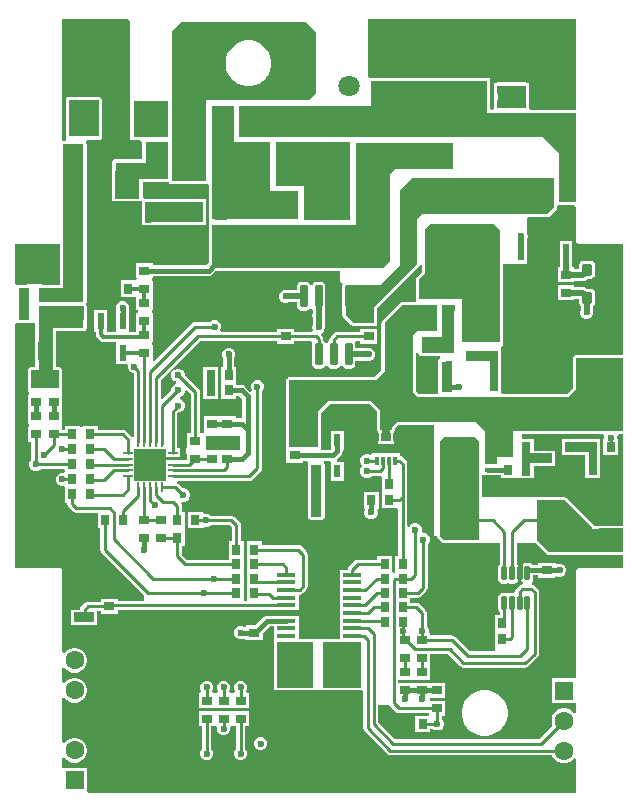
<source format=gbl>
G04*
G04 #@! TF.GenerationSoftware,Altium Limited,Altium Designer,25.4.2 (15)*
G04*
G04 Layer_Physical_Order=4*
G04 Layer_Color=16711680*
%FSLAX25Y25*%
%MOIN*%
G70*
G04*
G04 #@! TF.SameCoordinates,B977156D-3F5D-4D44-89CA-F2FD908ED1DE*
G04*
G04*
G04 #@! TF.FilePolarity,Positive*
G04*
G01*
G75*
%ADD20C,0.02000*%
%ADD21C,0.01500*%
%ADD22C,0.01000*%
%ADD23C,0.06299*%
%ADD24R,0.06299X0.06299*%
%ADD25C,0.07087*%
%ADD26C,0.02362*%
%ADD27R,0.07874X0.07874*%
%ADD28R,0.01181X0.02756*%
%ADD29R,0.05433X0.03150*%
%ADD30R,0.03500X0.03000*%
%ADD31R,0.03000X0.03500*%
%ADD32R,0.02200X0.05200*%
G04:AMPARAMS|DCode=33|XSize=74.8mil|YSize=23.62mil|CornerRadius=2.95mil|HoleSize=0mil|Usage=FLASHONLY|Rotation=90.000|XOffset=0mil|YOffset=0mil|HoleType=Round|Shape=RoundedRectangle|*
%AMROUNDEDRECTD33*
21,1,0.07480,0.01772,0,0,90.0*
21,1,0.06890,0.02362,0,0,90.0*
1,1,0.00591,0.00886,0.03445*
1,1,0.00591,0.00886,-0.03445*
1,1,0.00591,-0.00886,-0.03445*
1,1,0.00591,-0.00886,0.03445*
%
%ADD33ROUNDEDRECTD33*%
%ADD34R,0.10900X0.10900*%
%ADD35R,0.03200X0.01000*%
%ADD36R,0.01000X0.03200*%
%ADD37R,0.03937X0.03937*%
%ADD38R,0.01968X0.01378*%
%ADD39R,0.03622X0.03228*%
%ADD40R,0.06299X0.13386*%
G04:AMPARAMS|DCode=41|XSize=47.64mil|YSize=18.9mil|CornerRadius=2.36mil|HoleSize=0mil|Usage=FLASHONLY|Rotation=270.000|XOffset=0mil|YOffset=0mil|HoleType=Round|Shape=RoundedRectangle|*
%AMROUNDEDRECTD41*
21,1,0.04764,0.01417,0,0,270.0*
21,1,0.04291,0.01890,0,0,270.0*
1,1,0.00472,-0.00709,-0.02146*
1,1,0.00472,-0.00709,0.02146*
1,1,0.00472,0.00709,0.02146*
1,1,0.00472,0.00709,-0.02146*
%
%ADD41ROUNDEDRECTD41*%
%ADD42R,0.06772X0.03228*%
G04:AMPARAMS|DCode=43|XSize=45mil|YSize=60mil|CornerRadius=0mil|HoleSize=0mil|Usage=FLASHONLY|Rotation=180.000|XOffset=0mil|YOffset=0mil|HoleType=Round|Shape=Octagon|*
%AMOCTAGOND43*
4,1,8,0.01125,-0.03000,-0.01125,-0.03000,-0.02250,-0.01875,-0.02250,0.01875,-0.01125,0.03000,0.01125,0.03000,0.02250,0.01875,0.02250,-0.01875,0.01125,-0.03000,0.0*
%
%ADD43OCTAGOND43*%

%ADD44R,0.06299X0.01260*%
%ADD45R,0.04000X0.06000*%
%ADD46R,0.03543X0.03740*%
%ADD47R,0.02559X0.04921*%
%ADD48R,0.02362X0.04331*%
%ADD49R,0.02752X0.02000*%
G04:AMPARAMS|DCode=50|XSize=39.37mil|YSize=31.5mil|CornerRadius=3.94mil|HoleSize=0mil|Usage=FLASHONLY|Rotation=270.000|XOffset=0mil|YOffset=0mil|HoleType=Round|Shape=RoundedRectangle|*
%AMROUNDEDRECTD50*
21,1,0.03937,0.02362,0,0,270.0*
21,1,0.03150,0.03150,0,0,270.0*
1,1,0.00787,-0.01181,-0.01575*
1,1,0.00787,-0.01181,0.01575*
1,1,0.00787,0.01181,0.01575*
1,1,0.00787,0.01181,-0.01575*
%
%ADD50ROUNDEDRECTD50*%
%ADD51R,0.02200X0.05750*%
%ADD52R,0.21654X0.05630*%
%ADD53R,0.06000X0.11000*%
%ADD54R,0.07000X0.06000*%
%ADD55R,0.11000X0.06000*%
%ADD56R,0.06000X0.07000*%
%ADD57R,0.08268X0.05512*%
%ADD58R,0.06000X0.04000*%
%ADD59C,0.01200*%
%ADD60R,0.03622X0.10709*%
%ADD61R,0.03421X0.17337*%
%ADD62R,0.11404X0.04775*%
%ADD63R,0.04453X0.15918*%
%ADD64R,0.11053X0.05200*%
%ADD65R,0.03600X0.10150*%
%ADD66R,0.10950X0.03250*%
%ADD67R,0.03000X0.13650*%
%ADD68R,0.10837X0.03364*%
%ADD69R,0.03000X0.10980*%
%ADD70R,0.10106X0.03228*%
%ADD71R,0.03000X0.11177*%
%ADD72R,0.12020X0.15214*%
%ADD73R,0.12973X0.15214*%
%ADD74R,0.03000X0.08700*%
%ADD75R,0.09500X0.06254*%
%ADD76R,0.04931X0.27619*%
%ADD77R,0.15100X0.07436*%
%ADD78R,0.13874X0.04719*%
%ADD79R,0.15100X0.04825*%
%ADD80R,0.06872X0.52763*%
%ADD81R,0.09758X0.07577*%
%ADD82R,0.10039X0.12352*%
%ADD83R,0.11786X0.12352*%
%ADD84R,0.17650X0.05773*%
%ADD85R,0.08064X0.09261*%
%ADD86R,0.07786X0.10100*%
%ADD87R,0.19295X0.06906*%
%ADD88R,0.15392X0.24852*%
%ADD89R,0.24597X0.14561*%
%ADD90R,0.19324X0.24656*%
%ADD91R,0.28890X0.09679*%
%ADD92R,0.07191X0.36817*%
G36*
X481233Y478057D02*
X481121Y477965D01*
X466303D01*
X465684Y478446D01*
Y486023D01*
X465664Y486121D01*
Y487023D01*
X464763D01*
X464664Y487042D01*
X454906D01*
X454808Y487023D01*
X453906D01*
Y486121D01*
X453887Y486023D01*
Y478487D01*
X453368Y478006D01*
X452720Y478066D01*
Y487523D01*
X452700Y487621D01*
Y488523D01*
X451798D01*
X451700Y488542D01*
X412800D01*
X412702Y488523D01*
X412605D01*
X412019Y488801D01*
X411858Y488939D01*
Y508163D01*
X481233Y508163D01*
X481233Y478057D01*
D02*
G37*
G36*
X394600Y504000D02*
Y483394D01*
X392305Y481100D01*
X357809D01*
Y454223D01*
X346400D01*
Y504000D01*
X349700Y507300D01*
X391300D01*
X394600Y504000D01*
D02*
G37*
G36*
X451700Y487422D02*
Y478066D01*
Y476946D01*
X481121D01*
Y447200D01*
X475400D01*
Y463546D01*
X470000Y468946D01*
X369000D01*
Y479223D01*
X412800D01*
Y487523D01*
X451700D01*
Y487422D01*
D02*
G37*
G36*
X332494Y507462D02*
Y481100D01*
Y468748D01*
X332572Y468358D01*
X332793Y468027D01*
X333124Y467806D01*
X333514Y467729D01*
X335886D01*
X336494Y467200D01*
Y461530D01*
X327650D01*
X327260Y461452D01*
X326929Y461231D01*
X326708Y460900D01*
X326660Y460661D01*
X326650D01*
Y460609D01*
X326630Y460510D01*
Y457661D01*
Y454737D01*
Y448400D01*
X326708Y448010D01*
X326929Y447679D01*
X327260Y447458D01*
X327650Y447380D01*
X335714D01*
X335813Y447400D01*
X336417Y447400D01*
X336494Y447305D01*
X336494Y447298D01*
Y440400D01*
X336514Y440302D01*
Y439400D01*
X337416D01*
X337514Y439380D01*
X356809D01*
X357200Y439458D01*
X357530Y439679D01*
X357751Y440010D01*
X357829Y440400D01*
Y447305D01*
X357809Y447404D01*
Y448306D01*
X356908D01*
X356809Y448325D01*
X337514D01*
X337414Y448305D01*
X337412D01*
X337382Y448309D01*
X336815Y448708D01*
X336734Y448830D01*
Y453717D01*
X345300D01*
X345508Y453758D01*
X345679Y453502D01*
X346010Y453281D01*
X346400Y453203D01*
X357809D01*
X358089Y453259D01*
X358455Y453087D01*
X358790Y452832D01*
Y442406D01*
Y441221D01*
X358868Y440831D01*
X359038Y440360D01*
X358868Y439890D01*
X358790Y439500D01*
Y426937D01*
X357987Y426134D01*
X340082D01*
Y426850D01*
X334581D01*
Y421850D01*
X334738D01*
X334751Y421710D01*
X334102Y421100D01*
X329532D01*
Y415600D01*
X334531D01*
X334581Y414920D01*
Y411100D01*
X335183D01*
Y410100D01*
X334581D01*
Y405100D01*
Y403831D01*
X332862D01*
X332231Y404000D01*
X332231Y404532D01*
Y411200D01*
X332231D01*
X332180Y411277D01*
X332313Y411598D01*
Y412465D01*
X331980Y413267D01*
X331367Y413881D01*
X330565Y414213D01*
X329698D01*
X328896Y413881D01*
X328282Y413267D01*
X327950Y412465D01*
Y411598D01*
X328083Y411277D01*
X328031Y411200D01*
X328031D01*
Y404532D01*
X328031Y404000D01*
X327401Y403831D01*
X325462D01*
X324832Y404000D01*
Y411200D01*
X320632D01*
Y404000D01*
X321100D01*
Y403180D01*
X321224Y402556D01*
X321578Y402026D01*
X322558Y401047D01*
X323087Y400693D01*
X323711Y400569D01*
X327401D01*
X328031Y400400D01*
Y393200D01*
X331471D01*
X331782Y392735D01*
Y391867D01*
X332114Y391066D01*
X332728Y390452D01*
X333529Y390120D01*
X333834D01*
Y369012D01*
X333133Y368799D01*
X332931Y369101D01*
X331205Y370827D01*
X330709Y371159D01*
X330124Y371275D01*
X321750D01*
Y372496D01*
X316750D01*
Y372255D01*
X315750D01*
Y372496D01*
X310750D01*
Y371275D01*
X309950D01*
Y372246D01*
X309904D01*
Y373246D01*
X309950D01*
Y377946D01*
Y382946D01*
X309904D01*
Y383946D01*
X309950D01*
Y384847D01*
X309970Y384946D01*
Y391200D01*
X309892Y391590D01*
X309671Y391921D01*
X309340Y392142D01*
X308950Y392220D01*
X307950D01*
Y404109D01*
X317100D01*
X317490Y404187D01*
X317821Y404408D01*
X318042Y404739D01*
X318120Y405129D01*
Y412565D01*
X318042Y412955D01*
X317914Y413147D01*
X318042Y413340D01*
X318120Y413730D01*
Y418554D01*
Y466493D01*
X318042Y466883D01*
X317852Y467167D01*
X317906Y467411D01*
X318103Y467868D01*
X322120D01*
X322510Y467946D01*
X322841Y468167D01*
X323062Y468497D01*
X323139Y468888D01*
Y481239D01*
X323062Y481630D01*
X322841Y481960D01*
X322510Y482181D01*
X322120Y482259D01*
X312080D01*
X311690Y482181D01*
X311359Y481960D01*
X311138Y481630D01*
X311061Y481239D01*
Y468888D01*
X311138Y468497D01*
X311328Y468213D01*
X311274Y467969D01*
X311077Y467513D01*
X310228D01*
X310043Y467664D01*
Y508163D01*
X331891Y508163D01*
X332494Y507462D01*
D02*
G37*
G36*
X440105Y458300D02*
X421000D01*
X419105Y456405D01*
X419105Y427634D01*
X416770Y425300D01*
X359809Y425300D01*
Y439500D01*
X408000D01*
Y466946D01*
X440105D01*
Y458300D01*
D02*
G37*
G36*
X309209Y433168D02*
Y419574D01*
X303129D01*
Y419982D01*
X298334D01*
X298276Y420040D01*
Y419574D01*
X295352D01*
X294996Y419503D01*
X294954Y419501D01*
X294295Y419894D01*
Y433320D01*
X309024D01*
X309209Y433168D01*
D02*
G37*
G36*
X474000Y445400D02*
X471700Y443100D01*
X429966D01*
X428246Y441381D01*
Y426583D01*
X413850Y412186D01*
X413850Y407000D01*
X407000D01*
X404405Y409595D01*
Y419297D01*
X404528Y419419D01*
X415819D01*
X422700Y426300D01*
Y451318D01*
X426755Y455373D01*
X474000D01*
Y445400D01*
D02*
G37*
G36*
X429880Y426079D02*
Y423935D01*
X428150Y422204D01*
X427928Y421874D01*
X427894Y421700D01*
X427871D01*
Y421582D01*
X427851Y421484D01*
Y414759D01*
X427871Y414661D01*
Y413838D01*
X423419D01*
X423320Y413818D01*
X423220Y413818D01*
X423127Y413800D01*
X423034Y413761D01*
X423028Y413760D01*
X423024Y413757D01*
X422863Y413690D01*
X422857Y413689D01*
X422852Y413686D01*
X422759Y413647D01*
X422681Y413595D01*
X422610Y413524D01*
X422526Y413468D01*
X416750Y407692D01*
X416694Y407609D01*
X416623Y407538D01*
X416571Y407459D01*
X416571Y407459D01*
X416532Y407366D01*
X416529Y407361D01*
X416528Y407355D01*
X416461Y407195D01*
X416458Y407190D01*
X416457Y407184D01*
X416419Y407091D01*
X416400Y406998D01*
Y406898D01*
X416380Y406800D01*
Y391222D01*
X413978Y388820D01*
X385750D01*
X385652Y388800D01*
X385552D01*
X385468Y388783D01*
X385375Y388745D01*
X385360Y388742D01*
X385348Y388734D01*
X385100Y388631D01*
X384819Y388350D01*
X384716Y388102D01*
X384708Y388090D01*
X384705Y388075D01*
X384667Y387982D01*
X384650Y387898D01*
Y387798D01*
X384630Y387700D01*
Y365936D01*
X384630Y365678D01*
X384650Y365243D01*
X384650Y365243D01*
Y360243D01*
X390150D01*
Y360959D01*
X391397D01*
X391979Y360672D01*
X391979Y359771D01*
X391959Y359672D01*
Y342335D01*
X392037Y341945D01*
X392258Y341614D01*
X392589Y341393D01*
X392979Y341316D01*
X396400D01*
X396790Y341393D01*
X397121Y341614D01*
X397342Y341945D01*
X397420Y342335D01*
Y359672D01*
X397342Y360063D01*
X397211Y360258D01*
X397370Y360745D01*
X397522Y360959D01*
X398877D01*
X399459Y360672D01*
X399459Y360258D01*
Y354342D01*
X403821D01*
Y360672D01*
X401640D01*
X401427Y361373D01*
X401589Y361482D01*
X402902Y362794D01*
X402902Y362794D01*
X403289Y363373D01*
X403424Y364056D01*
Y364578D01*
X403821D01*
Y370909D01*
X399459D01*
Y364578D01*
X398779Y364528D01*
X397021D01*
X396341Y364578D01*
Y365479D01*
X396360Y365578D01*
Y377019D01*
X399222Y379880D01*
X412515D01*
X414987Y377409D01*
Y371301D01*
X415006Y371203D01*
X415006Y371102D01*
X415025Y371009D01*
X415063Y370917D01*
X415064Y370911D01*
X415068Y370906D01*
X415070Y370900D01*
X415088Y370811D01*
X415138Y370735D01*
X415177Y370642D01*
X415182Y370635D01*
X415253Y370564D01*
X415309Y370480D01*
X415325Y370469D01*
Y366445D01*
X420475D01*
Y370465D01*
X420497Y370480D01*
X420553Y370563D01*
X420624Y370635D01*
X420629Y370642D01*
X420629Y370642D01*
X420629Y370642D01*
X420629Y370642D01*
X420668Y370735D01*
X420718Y370811D01*
X420736Y370900D01*
X420739Y370906D01*
X420742Y370911D01*
X420743Y370917D01*
X420782Y371009D01*
X420800Y371102D01*
Y371203D01*
X420820Y371301D01*
Y371869D01*
X421931Y372980D01*
X433843D01*
Y335800D01*
X434880D01*
X434958Y335410D01*
X435179Y335079D01*
X436572Y333686D01*
X436903Y333465D01*
X437293Y333387D01*
X448959D01*
X449058Y333407D01*
X455806D01*
Y326525D01*
X455736Y326478D01*
X455462Y326069D01*
X455366Y325587D01*
Y321295D01*
X455462Y320813D01*
X455736Y320404D01*
X456145Y320131D01*
X456627Y320035D01*
X458044D01*
X458527Y320131D01*
X458615Y320190D01*
X458704Y320131D01*
X459186Y320035D01*
X460603D01*
X461086Y320131D01*
X461494Y320404D01*
X461768Y320813D01*
X461864Y321295D01*
Y325587D01*
X461768Y326069D01*
X461494Y326478D01*
X461424Y326525D01*
Y333407D01*
X467808D01*
X471395Y329820D01*
X471479Y329764D01*
X471550Y329693D01*
X471629Y329641D01*
X471629Y329641D01*
X471721Y329602D01*
X471726Y329599D01*
X471732Y329598D01*
X471893Y329531D01*
X471898Y329528D01*
X471903Y329527D01*
X471996Y329488D01*
X472089Y329470D01*
X472189D01*
X472288Y329450D01*
X496737D01*
X496980Y328788D01*
Y325163D01*
X482252D01*
X481862Y325085D01*
X481531Y324864D01*
X481310Y324533D01*
X481232Y324143D01*
Y288434D01*
X473073D01*
Y280135D01*
X481232D01*
Y277039D01*
X480584Y276845D01*
X480532Y276843D01*
X479770Y277605D01*
X478824Y278151D01*
X477769Y278434D01*
X476676D01*
X475621Y278151D01*
X474674Y277605D01*
X473902Y276832D01*
X473355Y275886D01*
X473073Y274831D01*
Y273738D01*
X473355Y272683D01*
X473393Y272618D01*
X468913Y268137D01*
X420985D01*
X415299Y273823D01*
Y279593D01*
X418696D01*
X419312Y279218D01*
X419319Y279208D01*
X421213Y277313D01*
X421709Y276982D01*
X422294Y276866D01*
X432150D01*
Y275972D01*
X427700D01*
Y270472D01*
X432700D01*
Y271558D01*
X433401Y271637D01*
X433665Y271373D01*
X434466Y271041D01*
X435334D01*
X436135Y271373D01*
X436749Y271987D01*
X437081Y272788D01*
Y273656D01*
X436749Y274458D01*
X436429Y274777D01*
Y275895D01*
X437650D01*
Y280895D01*
X432768D01*
X432701Y280965D01*
X432441Y281629D01*
X432640Y281895D01*
X437650D01*
Y286895D01*
X427150D01*
Y286895D01*
X427050D01*
Y286895D01*
X421929D01*
Y287895D01*
X427050D01*
Y287895D01*
X427150D01*
Y287895D01*
X432650D01*
Y292695D01*
Y296568D01*
X438507D01*
X442624Y292451D01*
X443120Y292119D01*
X443705Y292003D01*
X464254D01*
X464839Y292119D01*
X465335Y292451D01*
X468481Y295597D01*
X468813Y296093D01*
X468929Y296679D01*
Y317058D01*
X468813Y317643D01*
X468481Y318139D01*
X467453Y319167D01*
X466957Y319499D01*
X466620Y319566D01*
X466440Y320289D01*
X466613Y320404D01*
X466886Y320813D01*
X466982Y321295D01*
Y322716D01*
X468650D01*
Y322000D01*
X474150D01*
Y322122D01*
X474188Y322171D01*
X474851Y322532D01*
X475366Y322319D01*
X476234D01*
X477036Y322651D01*
X477649Y323265D01*
X477981Y324066D01*
Y324934D01*
X477649Y325735D01*
X477036Y326349D01*
X476234Y326681D01*
X475366D01*
X474851Y326468D01*
X474188Y326829D01*
X474150Y326878D01*
Y327000D01*
X468650D01*
Y326284D01*
X466742D01*
X466613Y326478D01*
X466204Y326751D01*
X465721Y326847D01*
X464304D01*
X463822Y326751D01*
X463413Y326478D01*
X463139Y326069D01*
X463044Y325587D01*
Y321295D01*
X463139Y320813D01*
X463413Y320404D01*
X463545Y320316D01*
X463332Y319615D01*
X463323D01*
X462737Y319499D01*
X462241Y319167D01*
X461372Y318298D01*
X461041Y317802D01*
X461001Y317601D01*
X460603Y316965D01*
X459186D01*
X458704Y316869D01*
X458615Y316810D01*
X458527Y316869D01*
X458044Y316965D01*
X456627D01*
X456145Y316869D01*
X455736Y316596D01*
X455462Y316187D01*
X455366Y315705D01*
Y311413D01*
X455462Y310931D01*
X455736Y310522D01*
X455806Y310475D01*
Y309550D01*
X454127D01*
Y304050D01*
Y298650D01*
X454190D01*
Y297429D01*
X445733D01*
X440886Y302276D01*
X440390Y302608D01*
X439805Y302724D01*
X432650D01*
Y303695D01*
X432129D01*
X432081Y303766D01*
Y304634D01*
X431749Y305435D01*
X431429Y305755D01*
Y310221D01*
X431313Y310806D01*
X430981Y311302D01*
X429089Y313194D01*
X428593Y313526D01*
X428008Y313642D01*
X425900D01*
Y315364D01*
X428518D01*
X429104Y315481D01*
X429600Y315812D01*
X431381Y317594D01*
X431713Y318090D01*
X431829Y318675D01*
Y333145D01*
X432149Y333465D01*
X432481Y334266D01*
Y335134D01*
X432149Y335935D01*
X431535Y336549D01*
X430734Y336881D01*
X430256D01*
X429771Y337543D01*
X429781Y337566D01*
Y338434D01*
X429449Y339235D01*
X428835Y339849D01*
X428034Y340181D01*
X427166D01*
X426365Y339849D01*
X425751Y339235D01*
X425626Y338934D01*
X424926Y339074D01*
Y360016D01*
X424809Y360601D01*
X424477Y361097D01*
X423465Y362109D01*
X422969Y362440D01*
X422443Y362545D01*
Y363405D01*
X413357D01*
Y363253D01*
X413033Y363055D01*
X412656Y362912D01*
X411940Y363209D01*
X411072D01*
X410271Y362877D01*
X409657Y362263D01*
X409325Y361461D01*
Y360594D01*
X409657Y359792D01*
X410182Y359267D01*
X409657Y358743D01*
X409325Y357941D01*
Y357073D01*
X409657Y356272D01*
X410271Y355658D01*
X411072Y355326D01*
X411940D01*
X412742Y355658D01*
X413061Y355978D01*
X415711D01*
X415771Y355975D01*
X416400Y355389D01*
Y350450D01*
Y345150D01*
X421400D01*
X421867Y344642D01*
Y329205D01*
X420900D01*
Y323763D01*
X420598Y323589D01*
X419900Y323995D01*
Y329205D01*
X414900D01*
Y327984D01*
X408474D01*
X407888Y327868D01*
X407392Y327536D01*
X405642Y325786D01*
X405311Y325290D01*
X405194Y324705D01*
Y324646D01*
X402574D01*
Y321386D01*
Y318827D01*
Y316268D01*
Y313709D01*
Y311150D01*
Y308591D01*
Y306031D01*
Y301634D01*
X396900D01*
X396510Y301556D01*
X396450Y301516D01*
X393997D01*
X393937Y301556D01*
X393547Y301634D01*
X388826D01*
Y306031D01*
Y309291D01*
X385387D01*
X385359Y309310D01*
X384676Y309446D01*
X378321D01*
X378321Y309446D01*
X377638Y309310D01*
X377059Y308923D01*
X374227Y306090D01*
X371250D01*
Y305833D01*
X371054Y305699D01*
X370549Y305491D01*
X369872Y305772D01*
X369005D01*
X368203Y305440D01*
X367590Y304826D01*
X367257Y304024D01*
Y303157D01*
X367590Y302355D01*
X368203Y301742D01*
X369005Y301410D01*
X369872D01*
X370549Y301690D01*
X371054Y301483D01*
X371250Y301348D01*
Y301091D01*
X376750D01*
Y303567D01*
X379060Y305877D01*
X380527D01*
Y303472D01*
Y300713D01*
X380507Y300614D01*
Y285400D01*
X380585Y285010D01*
X380806Y284679D01*
X381137Y284458D01*
X381527Y284380D01*
X393547D01*
X393780Y284427D01*
X396667D01*
X396900Y284380D01*
X397719D01*
X397730Y284369D01*
Y284380D01*
X409873D01*
X410311Y283753D01*
Y271819D01*
X410428Y271233D01*
X410759Y270737D01*
X418294Y263203D01*
X418790Y262871D01*
X419375Y262755D01*
X473336D01*
X473355Y262683D01*
X473902Y261736D01*
X474674Y260964D01*
X475621Y260418D01*
X476676Y260135D01*
X477769D01*
X478824Y260418D01*
X479770Y260964D01*
X480532Y261725D01*
X480584Y261724D01*
X481232Y261529D01*
Y250359D01*
X318745Y250322D01*
X318250Y250818D01*
Y258550D01*
X310043D01*
Y261726D01*
X310744Y261914D01*
X310780Y261852D01*
X311552Y261080D01*
X312498Y260533D01*
X313554Y260250D01*
X314646D01*
X315702Y260533D01*
X316648Y261080D01*
X317421Y261852D01*
X317967Y262798D01*
X318250Y263854D01*
Y264946D01*
X317967Y266002D01*
X317421Y266948D01*
X316648Y267721D01*
X315702Y268267D01*
X314646Y268550D01*
X313554D01*
X312498Y268267D01*
X311552Y267721D01*
X310780Y266948D01*
X310744Y266886D01*
X310043Y267074D01*
Y281726D01*
X310744Y281914D01*
X310780Y281852D01*
X311552Y281080D01*
X312498Y280533D01*
X313554Y280250D01*
X314646D01*
X315702Y280533D01*
X316648Y281080D01*
X317421Y281852D01*
X317967Y282798D01*
X318250Y283854D01*
Y284946D01*
X317967Y286002D01*
X317421Y286948D01*
X316648Y287720D01*
X315702Y288267D01*
X314646Y288550D01*
X313554D01*
X312498Y288267D01*
X311552Y287720D01*
X310780Y286948D01*
X310744Y286886D01*
X310043Y287074D01*
Y291726D01*
X310744Y291914D01*
X310780Y291852D01*
X311552Y291079D01*
X312498Y290533D01*
X313554Y290250D01*
X314646D01*
X315702Y290533D01*
X316648Y291079D01*
X317421Y291852D01*
X317967Y292798D01*
X318250Y293854D01*
Y294946D01*
X317967Y296002D01*
X317421Y296948D01*
X316648Y297721D01*
X315702Y298267D01*
X314646Y298550D01*
X313554D01*
X312498Y298267D01*
X311552Y297721D01*
X310780Y296948D01*
X310744Y296886D01*
X310043Y297074D01*
Y324104D01*
X309965Y324494D01*
X309745Y324825D01*
X309414Y325046D01*
X309024Y325123D01*
X294295D01*
Y406506D01*
X294954Y406899D01*
X294996Y406897D01*
X295352Y406826D01*
X298484D01*
Y406786D01*
X300980D01*
Y405129D01*
Y392220D01*
X299450D01*
X299060Y392142D01*
X298729Y391921D01*
X298508Y391590D01*
X298430Y391200D01*
Y384946D01*
X298450Y384847D01*
Y383946D01*
X299052D01*
Y382946D01*
X298450D01*
Y377946D01*
Y373246D01*
X299052D01*
Y372246D01*
X298450D01*
Y367246D01*
X299671D01*
Y361301D01*
X299351Y360981D01*
X299019Y360179D01*
Y359312D01*
X299351Y358510D01*
X299964Y357897D01*
X300766Y357565D01*
X301634D01*
X302435Y357897D01*
X302755Y358216D01*
X310526D01*
X310730Y357516D01*
X310434Y356927D01*
X309566D01*
X308765Y356595D01*
X308151Y355981D01*
X307819Y355180D01*
Y354312D01*
X308151Y353510D01*
X308765Y352897D01*
X309566Y352565D01*
X310434D01*
X310750Y351937D01*
Y346996D01*
X311721D01*
Y346606D01*
X311837Y346021D01*
X312169Y345525D01*
X313561Y344133D01*
X314057Y343801D01*
X314642Y343685D01*
X321750D01*
Y338419D01*
X322721D01*
Y331132D01*
X322837Y330547D01*
X323169Y330051D01*
X337086Y316133D01*
Y314309D01*
X328450D01*
Y314900D01*
X322950D01*
Y313929D01*
X318500D01*
X317915Y313813D01*
X317419Y313481D01*
X316319Y312381D01*
X315987Y311885D01*
X315875Y311321D01*
X312814D01*
Y306093D01*
X321586D01*
Y310871D01*
X322950D01*
Y309900D01*
X328450D01*
Y311250D01*
X380527D01*
Y311150D01*
X388826D01*
Y313709D01*
Y316368D01*
X389074D01*
X389660Y316485D01*
X390156Y316816D01*
X391377Y318038D01*
X391709Y318534D01*
X391825Y319119D01*
Y329648D01*
X391709Y330234D01*
X391377Y330730D01*
X389726Y332381D01*
X389229Y332713D01*
X388644Y332829D01*
X376500D01*
Y334050D01*
X371500D01*
Y328550D01*
Y323698D01*
Y318905D01*
Y314309D01*
X370500D01*
Y318905D01*
Y323698D01*
Y328550D01*
Y334050D01*
X369529D01*
Y339421D01*
X369413Y340006D01*
X369081Y340503D01*
X367334Y342250D01*
X366838Y342582D01*
X366253Y342698D01*
X359561D01*
X359241Y343018D01*
X358439Y343350D01*
X357572D01*
X357433Y343292D01*
X356850Y343681D01*
Y343918D01*
X351850D01*
Y338419D01*
X356850D01*
Y338656D01*
X357433Y339045D01*
X357572Y338987D01*
X358439D01*
X359241Y339319D01*
X359561Y339639D01*
X365619D01*
X366471Y338788D01*
Y334050D01*
X365500D01*
Y327977D01*
X351590D01*
X349879Y329688D01*
Y332418D01*
X350850D01*
Y337918D01*
X350850D01*
Y338419D01*
X350850D01*
Y343918D01*
X349879D01*
Y345910D01*
X349763Y346495D01*
X349624Y346703D01*
X349693Y346901D01*
X350034Y347350D01*
X350719D01*
X351521Y347682D01*
X352134Y348296D01*
X352466Y349098D01*
Y349965D01*
X352134Y350767D01*
X351521Y351380D01*
X350719Y351713D01*
X350267D01*
X348648Y353331D01*
X348347Y353533D01*
X348559Y354234D01*
X372256D01*
X372841Y354350D01*
X373337Y354682D01*
X376081Y357426D01*
X376413Y357922D01*
X376529Y358507D01*
Y384145D01*
X376849Y384465D01*
X377181Y385266D01*
Y386134D01*
X376849Y386935D01*
X376236Y387549D01*
X375434Y387881D01*
X374566D01*
X373764Y387549D01*
X373151Y386935D01*
X372819Y386134D01*
Y385266D01*
X373151Y384465D01*
X372626Y384040D01*
X371009Y385657D01*
X370430Y386044D01*
X369748Y386179D01*
X367999D01*
Y392345D01*
X367283D01*
Y395134D01*
X367348Y395199D01*
X367680Y396001D01*
Y396868D01*
X367348Y397670D01*
X366735Y398284D01*
X365933Y398616D01*
X365065D01*
X364264Y398284D01*
X363650Y397670D01*
X363318Y396868D01*
Y396001D01*
X363650Y395199D01*
X363715Y395134D01*
Y392345D01*
X362999D01*
Y386845D01*
Y381645D01*
X367999D01*
Y382611D01*
X369009D01*
X369944Y381676D01*
Y375255D01*
X369748Y375094D01*
X367750D01*
Y375809D01*
X357250D01*
Y370810D01*
X357250D01*
X357105Y370168D01*
X355879D01*
Y383721D01*
X355763Y384307D01*
X355431Y384803D01*
X350753Y389482D01*
Y389934D01*
X350421Y390736D01*
X349807Y391349D01*
X349005Y391681D01*
X348138D01*
X347336Y391349D01*
X346723Y390736D01*
X346390Y389934D01*
Y389066D01*
X346723Y388264D01*
X347336Y387651D01*
X347926Y387406D01*
X348033Y387234D01*
X348036Y387215D01*
X347735Y386410D01*
X347336Y386244D01*
X346723Y385631D01*
X346390Y384829D01*
Y384377D01*
X343445Y381432D01*
X342798Y381700D01*
Y387886D01*
X355817Y400905D01*
X381650D01*
Y399935D01*
X387150D01*
Y400905D01*
X392899D01*
X393056Y400740D01*
X393358Y400205D01*
X393293Y399880D01*
Y392990D01*
X393394Y392484D01*
X393680Y392056D01*
X394109Y391770D01*
X394614Y391669D01*
X396386D01*
X396891Y391770D01*
X397320Y392056D01*
X397606Y392484D01*
X397643Y392669D01*
X398357D01*
X398394Y392484D01*
X398680Y392056D01*
X399109Y391770D01*
X399614Y391669D01*
X401386D01*
X401891Y391770D01*
X402320Y392056D01*
X402606Y392484D01*
X402643Y392669D01*
X403357D01*
X403394Y392484D01*
X403680Y392056D01*
X404109Y391770D01*
X404614Y391669D01*
X406386D01*
X406891Y391770D01*
X407320Y392056D01*
X407606Y392484D01*
X407706Y392990D01*
Y394361D01*
X411323D01*
X411666Y394219D01*
X412534D01*
X413336Y394551D01*
X413949Y395164D01*
X414281Y395966D01*
Y396834D01*
X413949Y397636D01*
X413336Y398249D01*
X412534Y398581D01*
X411666D01*
X411323Y398439D01*
X407706D01*
Y399880D01*
X407642Y400205D01*
X407944Y400740D01*
X408101Y400905D01*
X409350D01*
Y400000D01*
X414850D01*
Y405000D01*
X409350D01*
Y403964D01*
X401681D01*
X401096Y403848D01*
X400600Y403516D01*
X399419Y402335D01*
X399087Y401839D01*
X398971Y401254D01*
Y401007D01*
X398680Y400813D01*
X398394Y400385D01*
X398357Y400200D01*
X397643D01*
X397606Y400385D01*
X397320Y400813D01*
X397029Y401007D01*
Y401453D01*
X396913Y402038D01*
X396581Y402535D01*
X396374Y402742D01*
X396538Y403569D01*
X396736Y403651D01*
X397349Y404264D01*
X397681Y405066D01*
Y405934D01*
X397539Y406277D01*
Y408817D01*
X397681Y409159D01*
Y410027D01*
X397539Y410370D01*
Y411715D01*
X397606Y411815D01*
X397707Y412321D01*
Y419210D01*
X397606Y419716D01*
X397320Y420144D01*
X396891Y420430D01*
X396386Y420531D01*
X394614D01*
X394109Y420430D01*
X393680Y420144D01*
X393394Y419716D01*
X393357Y419531D01*
X392643D01*
X392606Y419716D01*
X392320Y420144D01*
X391891Y420430D01*
X391386Y420531D01*
X389614D01*
X389109Y420430D01*
X388680Y420144D01*
X388394Y419716D01*
X388294Y419210D01*
Y417804D01*
X385176D01*
X384834Y417946D01*
X383966D01*
X383165Y417614D01*
X382551Y417001D01*
X382219Y416199D01*
Y415332D01*
X382551Y414530D01*
X383165Y413916D01*
X383966Y413584D01*
X384834D01*
X385176Y413726D01*
X388294D01*
Y412321D01*
X388394Y411815D01*
X388680Y411387D01*
X389109Y411100D01*
X389614Y411000D01*
X391386D01*
X391891Y411100D01*
X392320Y411387D01*
X392391Y411493D01*
X393205Y411606D01*
X393237Y411594D01*
X393461Y411342D01*
Y410370D01*
X393319Y410027D01*
Y409159D01*
X393461Y408817D01*
Y406277D01*
X393319Y405934D01*
Y405066D01*
X393485Y404665D01*
X393036Y403964D01*
X387150D01*
Y404935D01*
X381650D01*
Y403964D01*
X363072D01*
X362700Y404665D01*
X362920Y405197D01*
Y406065D01*
X362588Y406867D01*
X361974Y407480D01*
X361173Y407812D01*
X360305D01*
X359503Y407480D01*
X359184Y407161D01*
X354278D01*
X353693Y407044D01*
X353196Y406712D01*
X340710Y394227D01*
X340082Y394589D01*
Y399400D01*
X340036D01*
Y400400D01*
X340082D01*
Y405100D01*
Y410100D01*
X340036D01*
Y411100D01*
X340082D01*
Y415850D01*
Y420850D01*
X340036D01*
Y421850D01*
X340082D01*
Y422566D01*
X358726D01*
X359409Y422702D01*
X359988Y423088D01*
X361180Y424280D01*
X402500Y424280D01*
Y421029D01*
X403562Y419967D01*
X403394Y419716D01*
X403294Y419210D01*
Y412321D01*
X403386Y411857D01*
Y409595D01*
X403463Y409204D01*
X403684Y408874D01*
X406279Y406279D01*
X406610Y406058D01*
X407000Y405980D01*
X413850D01*
X413948Y406000D01*
X414850D01*
Y406902D01*
X414870Y407000D01*
X414870Y411764D01*
X428967Y425862D01*
X429188Y426193D01*
X429880Y426079D01*
D02*
G37*
G36*
X455900Y437774D02*
Y400441D01*
X455800Y400400D01*
X443100D01*
Y414759D01*
X428870D01*
Y421484D01*
X430900Y423513D01*
Y438300D01*
X432547Y439947D01*
X453727D01*
X455900Y437774D01*
D02*
G37*
G36*
X481232Y445526D02*
X481232Y434379D01*
X481310Y433989D01*
X481531Y433658D01*
X481862Y433437D01*
X482252Y433360D01*
X496980D01*
Y396835D01*
X496800Y396157D01*
X481200D01*
X481102Y396137D01*
X481002D01*
X480918Y396120D01*
X480825Y396082D01*
X480810Y396079D01*
X480798Y396071D01*
X480550Y395968D01*
X480269Y395687D01*
X480166Y395439D01*
X480158Y395427D01*
X480155Y395412D01*
X480117Y395319D01*
X480100Y395235D01*
Y395135D01*
X480080Y395037D01*
Y385022D01*
X478278Y383220D01*
X456824D01*
X456710Y383296D01*
X456304Y383920D01*
X456320Y384000D01*
Y397650D01*
X456300Y397748D01*
Y398650D01*
X456300D01*
X456423Y399300D01*
X456900D01*
Y400343D01*
X456920Y400441D01*
Y425908D01*
X457000Y426575D01*
X465000D01*
Y434325D01*
Y435236D01*
X465095Y435466D01*
Y436334D01*
X465000Y436564D01*
Y442000D01*
X465000Y442000D01*
X465645Y442080D01*
X471700D01*
X472090Y442158D01*
X472421Y442379D01*
X474721Y444679D01*
X474942Y445010D01*
X475020Y445400D01*
Y445868D01*
X475400Y446180D01*
X480532D01*
X481232Y445526D01*
D02*
G37*
G36*
X428781Y396510D02*
X429002Y396179D01*
X429333Y395958D01*
X429723Y395880D01*
X435923D01*
Y395035D01*
X435602Y394821D01*
X435381Y394490D01*
X435304Y394100D01*
Y383950D01*
X435310Y383920D01*
X435181Y383220D01*
X428922D01*
X428020Y384122D01*
Y396747D01*
X428720Y396816D01*
X428781Y396510D01*
D02*
G37*
G36*
X496980Y369717D02*
Y340026D01*
X496737Y339364D01*
X487278D01*
X478199Y348443D01*
X478116Y348499D01*
X478045Y348570D01*
X477966Y348622D01*
X477966Y348622D01*
X477873Y348661D01*
X477868Y348664D01*
X477863Y348665D01*
X477702Y348732D01*
X477697Y348735D01*
X477691Y348736D01*
X477598Y348775D01*
X477506Y348793D01*
X477405D01*
X477307Y348813D01*
X468351D01*
X468351Y348813D01*
X468250D01*
X468152Y348793D01*
X449979D01*
Y356152D01*
X451421D01*
X451900Y356057D01*
X456105D01*
Y355091D01*
X463006D01*
X463105Y355071D01*
X466105D01*
X466203Y355091D01*
X467105D01*
Y355993D01*
X467124Y356091D01*
Y359084D01*
X473211D01*
X473310Y359104D01*
X474211D01*
Y360005D01*
X474231Y360104D01*
Y363332D01*
X474211Y363431D01*
Y364332D01*
X473310D01*
X473211Y364352D01*
X467124D01*
Y367268D01*
X467105Y367367D01*
Y368268D01*
X466203D01*
X466105Y368288D01*
X463105D01*
Y369865D01*
X490204D01*
X490673Y369164D01*
X490619Y369034D01*
Y368208D01*
X490300D01*
Y362708D01*
X495300D01*
Y368208D01*
X494981D01*
Y369034D01*
X494927Y369164D01*
X495396Y369865D01*
X496800D01*
X496980Y369717D01*
D02*
G37*
G36*
X352821Y383088D02*
Y370168D01*
X351600D01*
Y365484D01*
X351342Y365226D01*
Y363279D01*
X351600D01*
Y361331D01*
X351498Y361229D01*
X346750D01*
X346602Y361200D01*
X344150D01*
Y358200D01*
Y354850D01*
X334450D01*
Y360169D01*
Y364550D01*
X344150D01*
Y362137D01*
X346602D01*
X346750Y362108D01*
X346898Y362137D01*
X349350D01*
Y365137D01*
X348279D01*
Y376706D01*
X348702Y377128D01*
X349005D01*
X349807Y377460D01*
X350421Y378074D01*
X350753Y378876D01*
Y379743D01*
X350421Y380545D01*
X349807Y381158D01*
X349446Y381308D01*
X349135Y382138D01*
X349239Y382311D01*
X349807Y382546D01*
X350421Y383160D01*
X350753Y383961D01*
Y384165D01*
X351453Y384455D01*
X352821Y383088D01*
D02*
G37*
G36*
X434823Y404050D02*
X428150D01*
X427000Y402900D01*
Y396747D01*
Y383700D01*
X428500Y382200D01*
X478700D01*
X481100Y384600D01*
Y395037D01*
X481117Y395120D01*
X481200Y395137D01*
X496800D01*
Y370884D01*
X460105D01*
Y362270D01*
X460006Y362172D01*
X454735D01*
Y360362D01*
X454615Y359711D01*
X450916D01*
Y370884D01*
X447800Y374000D01*
X421509D01*
X419800Y372291D01*
Y371301D01*
X419781Y371208D01*
X419776Y371201D01*
X419262D01*
Y367500D01*
X416538D01*
Y371201D01*
X416030D01*
X416025Y371208D01*
X416006Y371301D01*
Y377832D01*
X412938Y380900D01*
X398800D01*
X395341Y377441D01*
Y365578D01*
X385670D01*
X385650Y365678D01*
Y387700D01*
X385667Y387783D01*
X385750Y387800D01*
X414400D01*
X417400Y390800D01*
Y406800D01*
X417418Y406892D01*
X417471Y406971D01*
X423247Y412747D01*
X423326Y412800D01*
X423419Y412818D01*
X434823D01*
Y404050D01*
D02*
G37*
G36*
X448959Y367268D02*
Y334407D01*
X437293D01*
X435900Y335800D01*
Y367400D01*
X437325Y368825D01*
X447402D01*
X448959Y367268D01*
D02*
G37*
G36*
X477399Y347775D02*
X477478Y347722D01*
X486557Y338643D01*
X486856Y338344D01*
X496737D01*
Y330470D01*
X472288D01*
X472195Y330488D01*
X472116Y330541D01*
X468529Y334128D01*
X468250Y334407D01*
Y347793D01*
X468351D01*
X468351Y347793D01*
X477307D01*
X477399Y347775D01*
D02*
G37*
%LPC*%
G36*
X372780Y501060D02*
X371276D01*
X369801Y500767D01*
X368412Y500192D01*
X367162Y499356D01*
X366099Y498293D01*
X365263Y497043D01*
X364688Y495654D01*
X364395Y494179D01*
Y493427D01*
Y492675D01*
X364688Y491200D01*
X365263Y489811D01*
X366099Y488561D01*
X367162Y487498D01*
X368412Y486662D01*
X369801Y486087D01*
X371276Y485794D01*
X372780D01*
X374254Y486087D01*
X375644Y486662D01*
X376894Y487498D01*
X377957Y488561D01*
X378793Y489811D01*
X379368Y491200D01*
X379661Y492675D01*
Y493427D01*
Y494179D01*
X379368Y495654D01*
X378793Y497043D01*
X377957Y498293D01*
X376894Y499356D01*
X375644Y500192D01*
X374254Y500767D01*
X372780Y501060D01*
D02*
G37*
G36*
X360999Y392365D02*
X357999D01*
X357901Y392345D01*
X356999D01*
Y391444D01*
X356979Y391345D01*
Y382645D01*
X356999Y382547D01*
Y381645D01*
X357901D01*
X357999Y381626D01*
X360999D01*
X361097Y381645D01*
X361999D01*
Y382547D01*
X362019Y382645D01*
Y391345D01*
X361999Y391444D01*
Y392345D01*
X361097D01*
X360999Y392365D01*
D02*
G37*
G36*
X415400Y350650D02*
X410400D01*
Y345150D01*
X410400D01*
X410808Y344449D01*
X410719Y344234D01*
Y343366D01*
X411051Y342565D01*
X411664Y341951D01*
X412466Y341619D01*
X413334D01*
X414136Y341951D01*
X414749Y342565D01*
X415081Y343366D01*
Y344234D01*
X414992Y344449D01*
X415400Y345150D01*
X415400D01*
Y350650D01*
D02*
G37*
G36*
X369872Y287581D02*
X369005D01*
X368203Y287249D01*
X367590Y286635D01*
X367257Y285834D01*
Y284966D01*
X367590Y284165D01*
X367263Y283500D01*
X366689Y283500D01*
X365976Y283500D01*
X365649Y284165D01*
X365981Y284966D01*
Y285834D01*
X365649Y286635D01*
X365036Y287249D01*
X364234Y287581D01*
X363366D01*
X362564Y287249D01*
X361951Y286635D01*
X361619Y285834D01*
Y284966D01*
X361951Y284165D01*
X361624Y283500D01*
X361050Y283500D01*
X360337Y283500D01*
X360010Y284165D01*
X360343Y284966D01*
Y285834D01*
X360010Y286635D01*
X359397Y287249D01*
X358595Y287581D01*
X357728D01*
X356926Y287249D01*
X356312Y286635D01*
X355980Y285834D01*
Y284966D01*
X356312Y284165D01*
X355986Y283500D01*
X355411D01*
Y278500D01*
X360349D01*
X360911Y278500D01*
X361612Y278500D01*
X365988D01*
X366550Y278500D01*
X367251Y278500D01*
X372189D01*
Y283500D01*
X371614D01*
X371288Y284165D01*
X371620Y284966D01*
Y285834D01*
X371288Y286635D01*
X370674Y287249D01*
X369872Y287581D01*
D02*
G37*
G36*
X366689Y277500D02*
X365988Y277500D01*
X361612D01*
X361050Y277500D01*
X360349Y277500D01*
X355411D01*
Y272500D01*
X356632D01*
Y264855D01*
X356312Y264535D01*
X355980Y263734D01*
Y262866D01*
X356312Y262065D01*
X356926Y261451D01*
X357728Y261119D01*
X358595D01*
X359397Y261451D01*
X360010Y262065D01*
X360343Y262866D01*
Y263734D01*
X360010Y264535D01*
X359691Y264855D01*
Y272500D01*
X361307Y272500D01*
X361619Y272034D01*
Y271166D01*
X361951Y270364D01*
X362564Y269751D01*
X363366Y269419D01*
X364234D01*
X365036Y269751D01*
X365649Y270364D01*
X365981Y271166D01*
Y272034D01*
X366293Y272500D01*
X367208Y272500D01*
X367909Y272398D01*
Y264843D01*
X367590Y264523D01*
X367257Y263722D01*
Y262854D01*
X367590Y262052D01*
X368203Y261439D01*
X369005Y261107D01*
X369872D01*
X370674Y261439D01*
X371288Y262052D01*
X371620Y262854D01*
Y263722D01*
X371288Y264523D01*
X370968Y264843D01*
Y272500D01*
X372189D01*
Y277500D01*
X367251D01*
X366689Y277500D01*
D02*
G37*
G36*
X451520Y284486D02*
X450016D01*
X448541Y284192D01*
X447152Y283617D01*
X445902Y282782D01*
X444839Y281718D01*
X444003Y280468D01*
X443428Y279079D01*
X443135Y277604D01*
Y276100D01*
X443428Y274626D01*
X444003Y273236D01*
X444839Y271986D01*
X445902Y270923D01*
X447152Y270088D01*
X448541Y269512D01*
X450016Y269219D01*
X451520D01*
X452995Y269512D01*
X454384Y270088D01*
X455634Y270923D01*
X456697Y271986D01*
X457533Y273236D01*
X458108Y274626D01*
X458401Y276100D01*
Y277604D01*
X458108Y279079D01*
X457533Y280468D01*
X456697Y281718D01*
X455634Y282782D01*
X454384Y283617D01*
X452995Y284192D01*
X451520Y284486D01*
D02*
G37*
G36*
X376534Y268815D02*
X375666D01*
X374865Y268483D01*
X374251Y267870D01*
X373919Y267068D01*
Y266200D01*
X374251Y265399D01*
X374865Y264785D01*
X375666Y264453D01*
X376534D01*
X377336Y264785D01*
X377949Y265399D01*
X378281Y266200D01*
Y267068D01*
X377949Y267870D01*
X377336Y268483D01*
X376534Y268815D01*
D02*
G37*
G36*
X480000Y434325D02*
X475800D01*
Y426575D01*
X475861D01*
Y425400D01*
X475150D01*
Y420400D01*
X480650D01*
Y420861D01*
X483569D01*
X484350Y421016D01*
X485011Y421458D01*
X485182Y421629D01*
X486081D01*
X486625Y421737D01*
X487086Y422045D01*
X487394Y422506D01*
X487502Y423050D01*
Y426199D01*
X487394Y426743D01*
X487086Y427204D01*
X486625Y427512D01*
X486081Y427620D01*
X483719D01*
X483175Y427512D01*
X482714Y427204D01*
X482406Y426743D01*
X482298Y426199D01*
Y424939D01*
X480650D01*
Y425400D01*
X479939D01*
Y426575D01*
X480000D01*
Y434325D01*
D02*
G37*
G36*
X480650Y419400D02*
X475150D01*
Y414400D01*
X480650D01*
Y414861D01*
X482298D01*
Y413601D01*
X482406Y413057D01*
X482714Y412596D01*
X482811Y412531D01*
Y411297D01*
X482619Y410834D01*
Y409966D01*
X482951Y409164D01*
X483565Y408551D01*
X484366Y408219D01*
X485234D01*
X486035Y408551D01*
X486649Y409164D01*
X486981Y409966D01*
Y410834D01*
X486889Y411056D01*
Y412465D01*
X487086Y412596D01*
X487394Y413057D01*
X487502Y413601D01*
Y416750D01*
X487394Y417294D01*
X487086Y417755D01*
X486625Y418063D01*
X486081Y418171D01*
X485182D01*
X485011Y418342D01*
X484350Y418784D01*
X483569Y418939D01*
X480650D01*
Y419400D01*
D02*
G37*
G36*
X488300Y368228D02*
X477463D01*
X477073Y368150D01*
X476956Y368072D01*
X476463D01*
Y367307D01*
X476443Y367208D01*
Y363844D01*
X476463Y363746D01*
Y362844D01*
X477364D01*
X477463Y362825D01*
X484280D01*
Y356228D01*
X484300Y356130D01*
Y355228D01*
X485202D01*
X485300Y355208D01*
X488300D01*
X488399Y355228D01*
X489300D01*
Y356130D01*
X489320Y356228D01*
Y367208D01*
X489300Y367307D01*
Y368208D01*
X488399D01*
X488300Y368228D01*
D02*
G37*
%LPD*%
D20*
X395500Y405500D02*
Y409593D01*
Y415765D01*
X384400D02*
X390500D01*
X477900Y422900D02*
Y430450D01*
X484900Y424231D02*
Y424624D01*
X483569Y422900D02*
X484900Y424231D01*
X477900Y422900D02*
X483569D01*
X477900Y416900D02*
X483569D01*
X484900Y415569D01*
Y415176D02*
Y415569D01*
X462900Y430450D02*
X462907Y430457D01*
Y435893D01*
X462914Y435900D01*
X484800Y410400D02*
X484850Y410450D01*
Y415126D01*
X484900Y415176D01*
X405535Y396400D02*
X412100D01*
X405500Y396435D02*
X405535Y396400D01*
D21*
X337332Y331132D02*
Y335169D01*
X354350D02*
X358005D01*
X325725Y322068D02*
X325750Y322093D01*
X325725Y318425D02*
Y322068D01*
X325700Y318400D02*
X325725Y318425D01*
X360671Y428700D02*
X362809Y430839D01*
X358726Y424350D02*
X360671Y426295D01*
X337332Y424350D02*
X358726D01*
X360671Y426295D02*
Y428700D01*
X346614Y430839D02*
X352810D01*
X384400Y391000D02*
Y396435D01*
X390500Y391000D02*
Y396435D01*
X400500Y409593D02*
Y415765D01*
X318300Y396800D02*
X322731D01*
X312000Y392969D02*
Y397400D01*
X322731Y392369D02*
Y396800D01*
X326431Y392369D02*
Y396800D01*
X322731Y418350D02*
X326031D01*
X330132Y407600D02*
Y412032D01*
X320840Y464032D02*
X324532D01*
X321100Y455166D02*
X324532D01*
X320100Y446916D02*
X324532D01*
X320100Y440666D02*
X324532D01*
X320100Y434166D02*
X324532D01*
X302000Y425500D02*
X306000D01*
X297182Y409656D02*
Y413218D01*
Y416782D02*
X297200Y416800D01*
X297182Y413218D02*
Y416782D01*
X297163Y413200D02*
X297182Y413218D01*
X374630Y310221D02*
X391297D01*
X374000Y309591D02*
X374630Y310221D01*
X369604Y309935D02*
X373655D01*
X374000Y309591D01*
X378321Y307661D02*
X384676D01*
X374250Y303590D02*
X378321Y307661D01*
X369439Y303590D02*
X374000D01*
X374250D01*
X462454Y323441D02*
Y327969D01*
X464109Y329625D01*
X471400Y318500D02*
X475800D01*
X471400Y324500D02*
X475800D01*
X465208D02*
X471400D01*
X465013Y324305D02*
X465208Y324500D01*
X465013Y323441D02*
Y324305D01*
X429900Y281395D02*
Y284395D01*
X424300Y281395D02*
Y284395D01*
X429900D02*
X434900D01*
X424300D02*
X429900D01*
X371728Y363510D02*
Y382415D01*
X412900Y343800D02*
Y347900D01*
X365499Y384395D02*
X369748D01*
X371728Y382415D01*
X365499Y389595D02*
Y396435D01*
X360000Y373309D02*
X365000D01*
X369748D01*
X371728Y371329D01*
X365000Y361668D02*
X369887D01*
X371728Y363510D01*
X387400Y362743D02*
X400328D01*
X401640Y364056D02*
Y367743D01*
X400328Y362743D02*
X401640Y364056D01*
X437823Y385700D02*
X442364D01*
X451900Y357841D02*
X458605D01*
X301200Y375746D02*
Y380446D01*
X307200Y375746D02*
Y380446D01*
D22*
X429900Y304200D02*
Y310221D01*
X423400Y304200D02*
Y307332D01*
X416916Y358654D02*
Y361028D01*
X411506Y357507D02*
X415768D01*
X301200Y359746D02*
Y369746D01*
Y359746D02*
X313250D01*
X415768Y357507D02*
X416916Y358654D01*
X411506Y361028D02*
X414947D01*
X307200Y369746D02*
X313250D01*
X307200Y366134D02*
Y369746D01*
X304003Y362937D02*
X307200Y366134D01*
X424550Y301195D02*
X427648Y298097D01*
X439141D02*
X443705Y293532D01*
X427648Y298097D02*
X439141D01*
X429900Y301195D02*
X439805D01*
X424300D02*
X424550D01*
X422294Y278395D02*
X434900D01*
X420400Y280289D02*
X422294Y278395D01*
X420400Y280289D02*
Y321088D01*
X430200Y273222D02*
X434900D01*
Y278395D01*
X429900Y301195D02*
Y304200D01*
X428008Y312113D02*
X429900Y310221D01*
X423400Y312113D02*
X428008D01*
X423400Y302095D02*
X424300Y301195D01*
X423400Y302095D02*
Y304200D01*
X419375Y264284D02*
X477222D01*
X413770Y273189D02*
Y303173D01*
X420351Y266608D02*
X469546D01*
X411841Y271819D02*
Y301332D01*
Y271819D02*
X419375Y264284D01*
X413770Y273189D02*
X420351Y266608D01*
X429900Y290395D02*
Y295195D01*
X424300Y290395D02*
Y295195D01*
X343432Y347368D02*
X346892D01*
X341268Y349532D02*
X343432Y347368D01*
X346892D02*
X348350Y345910D01*
Y341168D02*
Y345910D01*
X341268Y349532D02*
Y352250D01*
X339300Y347637D02*
X340769Y346169D01*
X339300Y347637D02*
Y352250D01*
X347567D02*
X350285Y349532D01*
X343237Y352250D02*
X347567D01*
X348571Y379161D02*
Y379309D01*
X346750Y377339D02*
X348571Y379161D01*
X346750Y363637D02*
Y377339D01*
X343237Y367150D02*
Y379061D01*
X348571Y384395D01*
Y389500D02*
X354350Y383721D01*
Y367669D02*
Y383721D01*
X358005Y341168D02*
X366253D01*
X368000Y331300D02*
Y339421D01*
X366253Y341168D02*
X368000Y339421D01*
X354350Y341168D02*
X358005D01*
X310000Y354746D02*
X313250D01*
X310000Y364746D02*
X313250D01*
X335363Y367150D02*
Y390901D01*
X333963Y392301D02*
X335363Y390901D01*
X339300Y367150D02*
Y390653D01*
X354278Y405631D01*
X360739D01*
X384400Y402435D02*
X394519D01*
X341268Y367150D02*
Y388520D01*
X355184Y402435D01*
X384400D01*
X337332Y367150D02*
Y396900D01*
X456627Y301400D02*
X459186D01*
X459895Y302109D01*
Y313559D01*
X456627Y306800D02*
X457336Y307509D01*
Y313559D01*
X492800Y365458D02*
Y368600D01*
X423396Y326459D02*
X423400Y326455D01*
X423396Y326459D02*
Y360016D01*
X422264Y347900D02*
X423396Y349032D01*
X418900Y347900D02*
X422264D01*
X420853Y361028D02*
X422384D01*
X423396Y360016D01*
X418884Y353216D02*
X418900Y353200D01*
X418884Y353216D02*
Y361028D01*
X326080Y312779D02*
X384676D01*
X427600Y322988D02*
Y338000D01*
X346750Y357732D02*
X364016D01*
X365000Y358716D01*
Y361668D01*
X343237Y366479D02*
Y367150D01*
X346750Y359700D02*
X352132D01*
X354100Y361668D01*
X359755D01*
X463323Y318086D02*
X466372D01*
X462454Y313559D02*
Y317217D01*
X463323Y318086D01*
X466372D02*
X467400Y317058D01*
Y296679D02*
Y317058D01*
X464254Y293532D02*
X467400Y296679D01*
X443705Y293532D02*
X464254D01*
X439805Y301195D02*
X445100Y295900D01*
X462700D02*
X465013Y298213D01*
Y313559D01*
X445100Y295900D02*
X462700D01*
X423400Y316894D02*
X428518D01*
X430300Y318675D01*
Y334700D01*
X420986Y321674D02*
X423400D01*
X420400Y321088D02*
X420986Y321674D01*
X426287D02*
X427600Y322988D01*
X423400Y321674D02*
X426287D01*
X360700Y321655D02*
X368000D01*
X340358D02*
X360700D01*
X338514Y316868D02*
X368000D01*
X369439Y281000D02*
Y285400D01*
X358161Y281000D02*
Y285400D01*
X363800Y281000D02*
Y285400D01*
X369439Y263288D02*
Y275000D01*
X358161Y263300D02*
Y275000D01*
X363800Y271600D02*
Y275000D01*
X375000Y358507D02*
Y385700D01*
X372256Y355763D02*
X375000Y358507D01*
X346750Y355763D02*
X372256D01*
X327250Y334763D02*
Y343696D01*
Y334763D02*
X340358Y321655D01*
X463830Y341100D02*
X471421D01*
X459895Y337164D02*
X463830Y341100D01*
X459895Y323441D02*
Y337164D01*
X457336Y323441D02*
Y337164D01*
X453400Y341100D02*
X457336Y337164D01*
X445810Y341100D02*
X453400D01*
X406724Y302543D02*
X410630D01*
X411841Y301332D01*
X469546Y266608D02*
X477222Y274284D01*
X411841Y305102D02*
X413770Y303173D01*
X406724Y305102D02*
X411841D01*
X413770Y312113D02*
X417400D01*
X406724Y310221D02*
X411877D01*
X413770Y312113D01*
X417071Y307661D02*
X417400Y307332D01*
X406724Y307661D02*
X417071D01*
X414961Y316894D02*
X417400D01*
X410847Y312779D02*
X414961Y316894D01*
X406724Y312779D02*
X410847D01*
X414756Y321674D02*
X417400D01*
X410979Y317898D02*
X414756Y321674D01*
X406724Y317898D02*
X410979D01*
X406724Y323016D02*
Y324705D01*
X408474Y326455D02*
X417400D01*
X406724Y324705D02*
X408474Y326455D01*
X400500Y401254D02*
X401681Y402435D01*
X411435D02*
X412100Y403100D01*
X401681Y402435D02*
X411435D01*
X400500Y396435D02*
Y401254D01*
X394519Y402435D02*
X395500Y401453D01*
Y396435D02*
Y401453D01*
X384676Y323016D02*
Y325218D01*
X374000Y326448D02*
X383446D01*
X384676Y325218D01*
X374000Y331300D02*
X388644D01*
X390296Y319119D02*
Y329648D01*
X388644Y331300D02*
X390296Y329648D01*
X389074Y317898D02*
X390296Y319119D01*
X384676Y317898D02*
X389074D01*
X348350Y329055D02*
Y335169D01*
X350957Y326448D02*
X368000D01*
X348350Y329055D02*
X350957Y326448D01*
X324250Y331132D02*
X338514Y316868D01*
X374000Y321457D02*
Y321655D01*
Y321457D02*
X375000Y320457D01*
X384676D01*
X374000Y316868D02*
X374217Y316652D01*
X378951D02*
X380264Y315339D01*
X384676D01*
X374217Y316652D02*
X378951D01*
X318500Y312400D02*
X325700D01*
X326080Y312779D01*
X317200Y308707D02*
X317400Y308907D01*
Y311300D01*
X318500Y312400D01*
X342737Y335169D02*
X347959D01*
X324250Y331132D02*
Y341168D01*
X314642Y345214D02*
X325732D01*
X327250Y343696D01*
X313250Y346606D02*
X314642Y345214D01*
X313250Y346606D02*
Y349746D01*
X330250Y341168D02*
Y344168D01*
X335363Y349281D01*
Y352250D01*
X337332Y341168D02*
X342737D01*
X337332D02*
Y352250D01*
X331850Y351381D02*
Y355763D01*
X319250Y349654D02*
X330124D01*
X331850Y351381D01*
X319250Y354654D02*
X324000D01*
X327077Y357732D01*
X331850D01*
X319250Y359746D02*
X319296Y359700D01*
X331850D01*
X327077Y361668D02*
X331850D01*
X324000Y364746D02*
X327077Y361668D01*
X319250Y364746D02*
X324000D01*
X330124Y369746D02*
X331850Y368019D01*
X319250Y369746D02*
X330124D01*
X331850Y363637D02*
Y368019D01*
D23*
X477222Y254284D02*
D03*
Y264284D02*
D03*
Y274284D02*
D03*
X314100Y294400D02*
D03*
Y284400D02*
D03*
Y274400D02*
D03*
Y264400D02*
D03*
D24*
X477222Y284284D02*
D03*
X314100Y254400D02*
D03*
D25*
X405480Y485900D02*
D03*
X385795D02*
D03*
D26*
X337332Y331132D02*
D03*
X315000Y450500D02*
D03*
Y443800D02*
D03*
X315200Y423600D02*
D03*
X315000Y437400D02*
D03*
X358005Y335169D02*
D03*
X470400Y390189D02*
D03*
Y413601D02*
D03*
Y398063D02*
D03*
Y405937D02*
D03*
Y423050D02*
D03*
X484900Y398063D02*
D03*
X484800Y405937D02*
D03*
X492800Y410400D02*
D03*
X486037Y347984D02*
D03*
Y343069D02*
D03*
Y352900D02*
D03*
X479274D02*
D03*
X492800D02*
D03*
X419000Y273169D02*
D03*
X325750Y322093D02*
D03*
X346614Y430839D02*
D03*
X384400Y391000D02*
D03*
X390500D02*
D03*
X395500Y405500D02*
D03*
X400500Y409593D02*
D03*
X395500D02*
D03*
X315200Y429800D02*
D03*
X318300Y396800D02*
D03*
X312000Y392969D02*
D03*
X322731Y392369D02*
D03*
X326431D02*
D03*
X322731Y418350D02*
D03*
X330132Y412032D02*
D03*
X324532Y464032D02*
D03*
Y455166D02*
D03*
Y446916D02*
D03*
Y440666D02*
D03*
Y434166D02*
D03*
X302000Y425500D02*
D03*
X297200Y409637D02*
D03*
Y416800D02*
D03*
X376100Y266634D02*
D03*
X369439Y303590D02*
D03*
X369604Y309935D02*
D03*
X391297Y310221D02*
D03*
X464109Y329625D02*
D03*
X475800Y318500D02*
D03*
Y324500D02*
D03*
X301200Y359746D02*
D03*
X411506Y357507D02*
D03*
Y361028D02*
D03*
X304003Y362937D02*
D03*
X429900Y304200D02*
D03*
X423400D02*
D03*
X429900Y281395D02*
D03*
X424300D02*
D03*
X350285Y349532D02*
D03*
X340769Y346169D02*
D03*
X348571Y379309D02*
D03*
Y384395D02*
D03*
Y389500D02*
D03*
X368140Y379309D02*
D03*
X310000Y354746D02*
D03*
Y364746D02*
D03*
X407700Y377200D02*
D03*
X402696D02*
D03*
X411506Y364925D02*
D03*
X394900Y343800D02*
D03*
X412900D02*
D03*
X417900Y364925D02*
D03*
X400900Y343800D02*
D03*
X333963Y392301D02*
D03*
X365499Y396435D02*
D03*
X341268Y357732D02*
D03*
X337332Y361668D02*
D03*
X450627Y313559D02*
D03*
X492800Y368600D02*
D03*
X427600Y338000D02*
D03*
X368140Y365588D02*
D03*
X434900Y273222D02*
D03*
X360700Y321655D02*
D03*
X369439Y285400D02*
D03*
X358161D02*
D03*
X363800D02*
D03*
X358161Y263300D02*
D03*
X363800Y271600D02*
D03*
X369439Y263288D02*
D03*
X357100Y316800D02*
D03*
X358005Y341168D02*
D03*
X453800Y385700D02*
D03*
X430300Y334700D02*
D03*
X375000Y385700D02*
D03*
X442364D02*
D03*
X433723Y391500D02*
D03*
X347900Y465300D02*
D03*
Y461100D02*
D03*
X360739Y405631D02*
D03*
X384400Y415765D02*
D03*
X304200Y389500D02*
D03*
X472914Y435900D02*
D03*
X467914D02*
D03*
X462914D02*
D03*
X484800Y410400D02*
D03*
X412100Y396400D02*
D03*
X330614Y451000D02*
D03*
X462914Y479946D02*
D03*
X426855Y500800D02*
D03*
X434605D02*
D03*
X441402D02*
D03*
X419105D02*
D03*
X448200D02*
D03*
X462914Y495500D02*
D03*
X456656D02*
D03*
X314200Y477539D02*
D03*
X320000D02*
D03*
X314200Y472300D02*
D03*
X320000D02*
D03*
X341514Y472161D02*
D03*
X335714D02*
D03*
X426800Y479100D02*
D03*
X434605Y479223D02*
D03*
X419105D02*
D03*
X388392Y463946D02*
D03*
X393495D02*
D03*
X398597D02*
D03*
X403700Y459423D02*
D03*
Y454900D02*
D03*
X383290Y463946D02*
D03*
X341514Y477400D02*
D03*
X335714D02*
D03*
X329400Y472300D02*
D03*
Y468166D02*
D03*
X350614Y451000D02*
D03*
X346614D02*
D03*
X338614D02*
D03*
X403700Y463946D02*
D03*
D27*
X492800Y334407D02*
D03*
Y346300D02*
D03*
Y402756D02*
D03*
Y391200D02*
D03*
D28*
X420853Y361028D02*
D03*
X418884D02*
D03*
X416916D02*
D03*
X414947D02*
D03*
Y368823D02*
D03*
X416916D02*
D03*
X418884D02*
D03*
X420853D02*
D03*
D29*
X417900Y364925D02*
D03*
D30*
X424300Y295195D02*
D03*
Y301195D02*
D03*
Y290395D02*
D03*
Y284395D02*
D03*
X434900D02*
D03*
Y278395D02*
D03*
X429900Y295195D02*
D03*
Y301195D02*
D03*
Y290395D02*
D03*
Y284395D02*
D03*
X363800Y281000D02*
D03*
Y275000D02*
D03*
X358161Y281000D02*
D03*
Y275000D02*
D03*
X369439Y281000D02*
D03*
Y275000D02*
D03*
X337332Y413600D02*
D03*
Y407600D02*
D03*
Y424350D02*
D03*
Y418350D02*
D03*
Y396900D02*
D03*
Y402900D02*
D03*
X384400Y396435D02*
D03*
Y402435D02*
D03*
X412100Y408500D02*
D03*
Y402500D02*
D03*
X365000Y379309D02*
D03*
Y373309D02*
D03*
Y361668D02*
D03*
Y367669D02*
D03*
X360000Y379309D02*
D03*
Y373309D02*
D03*
X301200Y380446D02*
D03*
Y386446D02*
D03*
Y369746D02*
D03*
Y375746D02*
D03*
X307200Y380446D02*
D03*
Y386446D02*
D03*
Y369746D02*
D03*
Y375746D02*
D03*
X354350Y367669D02*
D03*
Y361668D02*
D03*
X359755Y367669D02*
D03*
Y361668D02*
D03*
X337332Y335169D02*
D03*
Y341168D02*
D03*
X342737Y335169D02*
D03*
Y341168D02*
D03*
X471400Y318500D02*
D03*
Y324500D02*
D03*
X325700Y318400D02*
D03*
Y312400D02*
D03*
X374000Y309591D02*
D03*
Y303590D02*
D03*
X387400Y362743D02*
D03*
Y368743D02*
D03*
X477900Y422900D02*
D03*
Y416900D02*
D03*
X446100Y401900D02*
D03*
Y395900D02*
D03*
X462914Y484523D02*
D03*
Y490523D02*
D03*
X456656Y484523D02*
D03*
Y490523D02*
D03*
Y473946D02*
D03*
Y479946D02*
D03*
X329400Y464161D02*
D03*
Y458161D02*
D03*
D31*
X424200Y273222D02*
D03*
X430200D02*
D03*
X437823Y385700D02*
D03*
X431823D02*
D03*
X312000Y425500D02*
D03*
X306000D02*
D03*
X486800Y365458D02*
D03*
X492800D02*
D03*
X486800Y357978D02*
D03*
X492800D02*
D03*
X326031Y418350D02*
D03*
X332031D02*
D03*
X365499Y389595D02*
D03*
X359499D02*
D03*
X365499Y384395D02*
D03*
X359499D02*
D03*
X458605Y357841D02*
D03*
X464605D02*
D03*
Y365518D02*
D03*
X458605D02*
D03*
X319250Y364746D02*
D03*
X313250D02*
D03*
X319250Y369746D02*
D03*
X313250D02*
D03*
Y349746D02*
D03*
X319250D02*
D03*
Y354746D02*
D03*
X313250D02*
D03*
X330250Y341168D02*
D03*
X324250D02*
D03*
X348350D02*
D03*
X354350D02*
D03*
Y335169D02*
D03*
X348350D02*
D03*
X319250Y359746D02*
D03*
X313250D02*
D03*
X450627Y306800D02*
D03*
X456627D02*
D03*
X450627Y301400D02*
D03*
X456627D02*
D03*
X368000Y326448D02*
D03*
X374000D02*
D03*
X423400Y307332D02*
D03*
X417400D02*
D03*
X423400Y312113D02*
D03*
X417400D02*
D03*
X423400Y321674D02*
D03*
X417400D02*
D03*
X423400Y326455D02*
D03*
X417400D02*
D03*
X368000Y321655D02*
D03*
X374000D02*
D03*
X368000Y331300D02*
D03*
X374000D02*
D03*
X368000Y316868D02*
D03*
X374000D02*
D03*
X417400Y316894D02*
D03*
X423400D02*
D03*
X418900Y353200D02*
D03*
X412900D02*
D03*
X411506Y374625D02*
D03*
X417506D02*
D03*
X412900Y347900D02*
D03*
X418900D02*
D03*
X320100Y440666D02*
D03*
X314100D02*
D03*
X320100Y434166D02*
D03*
X314100D02*
D03*
Y446916D02*
D03*
X320100D02*
D03*
X400900Y351450D02*
D03*
X394900D02*
D03*
X398900Y374625D02*
D03*
X392900D02*
D03*
X431823Y405800D02*
D03*
X437823D02*
D03*
X453800Y390600D02*
D03*
X459800D02*
D03*
X453800Y395900D02*
D03*
X459800D02*
D03*
D32*
X434823Y399500D02*
D03*
X430823Y391500D02*
D03*
X438823D02*
D03*
X330132Y396800D02*
D03*
X326431D02*
D03*
X322731D02*
D03*
Y407600D02*
D03*
X330132D02*
D03*
X342614Y464161D02*
D03*
X334614D02*
D03*
X338614Y472161D02*
D03*
X334614Y451000D02*
D03*
X342614D02*
D03*
X338614Y443000D02*
D03*
D33*
X405500Y415765D02*
D03*
X400500D02*
D03*
X395500D02*
D03*
X390500D02*
D03*
Y396435D02*
D03*
X395500D02*
D03*
X400500D02*
D03*
X405500D02*
D03*
D34*
X339300Y359700D02*
D03*
D35*
X346750Y355763D02*
D03*
Y357732D02*
D03*
Y359700D02*
D03*
Y361668D02*
D03*
Y363637D02*
D03*
X331850D02*
D03*
Y361668D02*
D03*
Y359700D02*
D03*
Y357732D02*
D03*
Y355763D02*
D03*
D36*
X343237Y367150D02*
D03*
X341268D02*
D03*
X339300D02*
D03*
X337332D02*
D03*
X335363D02*
D03*
Y352250D02*
D03*
X337332D02*
D03*
X339300D02*
D03*
X341268D02*
D03*
X343237D02*
D03*
D37*
X444971Y361680D02*
D03*
D38*
X451900Y357841D02*
D03*
Y365518D02*
D03*
Y360400D02*
D03*
Y362959D02*
D03*
D39*
X479274Y357978D02*
D03*
Y365458D02*
D03*
X471400Y361718D02*
D03*
X305037Y409460D02*
D03*
Y416940D02*
D03*
X297163Y413200D02*
D03*
D40*
X445810Y341100D02*
D03*
X471400D02*
D03*
D41*
X457336Y323441D02*
D03*
X459895D02*
D03*
X462454D02*
D03*
X465013D02*
D03*
Y313559D02*
D03*
X462454D02*
D03*
X459895D02*
D03*
X457336D02*
D03*
D42*
X317200Y308707D02*
D03*
Y322093D02*
D03*
D43*
X399170Y288400D02*
D03*
X391297D02*
D03*
D44*
X384676Y299984D02*
D03*
Y302543D02*
D03*
Y305102D02*
D03*
Y307661D02*
D03*
Y310221D02*
D03*
Y312779D02*
D03*
Y315339D02*
D03*
Y317898D02*
D03*
Y320457D02*
D03*
Y323016D02*
D03*
X406724D02*
D03*
Y320457D02*
D03*
Y317898D02*
D03*
Y315339D02*
D03*
Y312779D02*
D03*
Y310221D02*
D03*
Y307661D02*
D03*
Y305102D02*
D03*
Y302543D02*
D03*
Y299984D02*
D03*
D45*
X304000Y397400D02*
D03*
X312000D02*
D03*
X321100Y455166D02*
D03*
X313100D02*
D03*
X362809Y444306D02*
D03*
X354809D02*
D03*
D46*
X312000Y419401D02*
D03*
Y406999D02*
D03*
D47*
X320840Y464032D02*
D03*
X313360D02*
D03*
X317100Y472300D02*
D03*
D48*
X394160Y367743D02*
D03*
X397900D02*
D03*
X401640D02*
D03*
Y357507D02*
D03*
X394160D02*
D03*
D49*
X439400Y419700D02*
D03*
Y415759D02*
D03*
Y411818D02*
D03*
X430246D02*
D03*
Y415759D02*
D03*
Y419700D02*
D03*
D50*
X484900Y415176D02*
D03*
Y424624D02*
D03*
D51*
X477900Y451900D02*
D03*
X472900D02*
D03*
X467900D02*
D03*
X462900D02*
D03*
Y430450D02*
D03*
X467900D02*
D03*
X472900D02*
D03*
X477900D02*
D03*
D52*
X442900Y431994D02*
D03*
Y447900D02*
D03*
D53*
X462900Y418700D02*
D03*
X452900D02*
D03*
X462900Y405800D02*
D03*
X452900D02*
D03*
D54*
X448200Y494523D02*
D03*
Y484523D02*
D03*
D55*
X419105Y494523D02*
D03*
Y484523D02*
D03*
X434605Y463946D02*
D03*
Y473946D02*
D03*
Y494523D02*
D03*
Y484523D02*
D03*
X419105Y463946D02*
D03*
Y473946D02*
D03*
D56*
X352810Y430839D02*
D03*
X362809D02*
D03*
Y475723D02*
D03*
X352810D02*
D03*
X362809Y466823D02*
D03*
X352810D02*
D03*
X362809Y457723D02*
D03*
X352810D02*
D03*
D57*
X396400Y448161D02*
D03*
Y430839D02*
D03*
Y475723D02*
D03*
Y458400D02*
D03*
X375000Y448161D02*
D03*
Y430839D02*
D03*
Y475723D02*
D03*
Y458400D02*
D03*
D58*
X385700Y456900D02*
D03*
Y448900D02*
D03*
D59*
X330231Y396900D02*
X337332D01*
X330132Y396800D02*
X330231Y396900D01*
X332031Y418350D02*
X337332D01*
Y413600D02*
Y418350D01*
X322731Y403180D02*
X323711Y402200D01*
X337332D01*
X322731Y403180D02*
Y407600D01*
X337332Y402200D02*
Y407600D01*
D60*
X297163Y413200D02*
D03*
D61*
X394689Y351004D02*
D03*
D62*
X363707Y366781D02*
D03*
D63*
X438550Y404859D02*
D03*
D64*
X435250Y399500D02*
D03*
D65*
X438123Y389025D02*
D03*
D66*
X449825Y396025D02*
D03*
D67*
X453800Y390825D02*
D03*
D68*
X482881Y365526D02*
D03*
D69*
X486800Y361718D02*
D03*
D70*
X468158D02*
D03*
D71*
X464605Y361680D02*
D03*
D72*
X387537Y293007D02*
D03*
D73*
X403387D02*
D03*
D74*
X359499Y386995D02*
D03*
D75*
X304200Y388073D02*
D03*
D76*
X304465Y398755D02*
D03*
D77*
X309550Y408847D02*
D03*
D78*
X310163Y410205D02*
D03*
D79*
X309550Y416142D02*
D03*
D80*
X313664Y440111D02*
D03*
D81*
X459785Y482234D02*
D03*
D82*
X317100Y475064D02*
D03*
D83*
X339407Y474924D02*
D03*
D84*
X336475Y457623D02*
D03*
D85*
X331682Y453030D02*
D03*
D86*
X341407Y462150D02*
D03*
D87*
X347162Y443853D02*
D03*
D88*
X398101Y453647D02*
D03*
D89*
X393498Y459781D02*
D03*
D90*
X369472Y454734D02*
D03*
D91*
X374255Y446060D02*
D03*
D92*
X363405Y460814D02*
D03*
M02*

</source>
